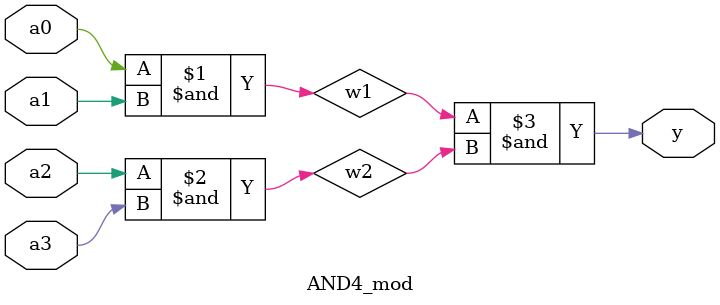
<source format=sv>
/* This module implments a 4-inputs AND Gate that stores the result is stored in y */
module AND4_mod (a0, a1, a2, a3, y);
input logic a0, a1, a2, a3; //Input 4 bits a0-a3
output logic y;             //Output y = a0 & a1 & a2 & a3

wire w1, w2;

// 3 2-inputs AND gates are used to implment the 4-inputs AND gate following the structural design.
and M1(w1, a0, a1);
and M2(w2, a2, a3);
and M3(y, w1, w2);

endmodule


</source>
